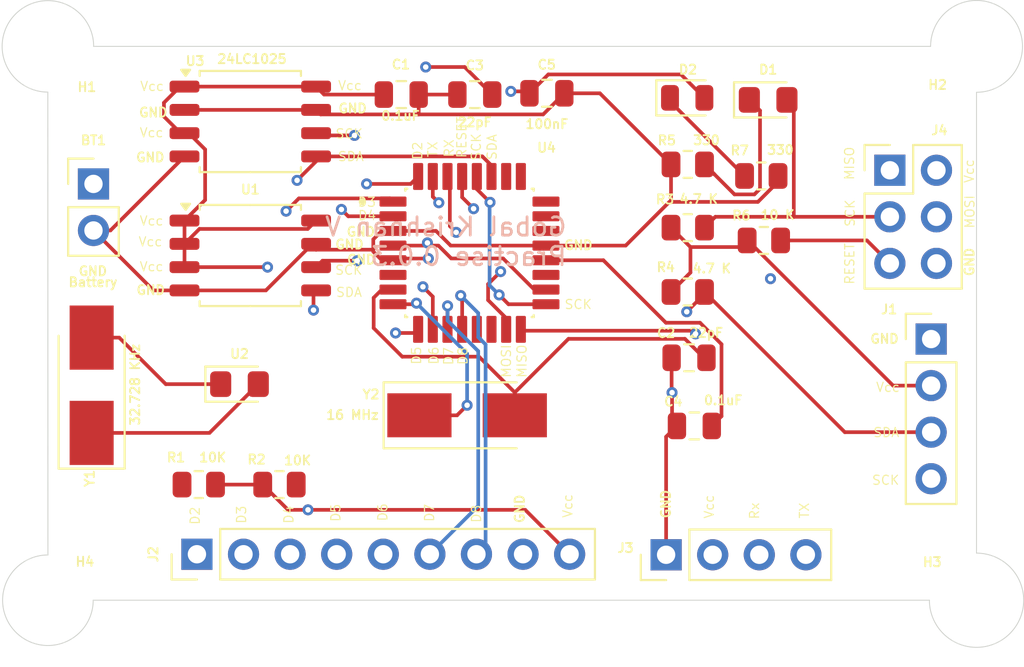
<source format=kicad_pcb>
(kicad_pcb (version 20241229) (generator "pcbnew") (generator_version "9.0")
  (title_block (title "${project_name}") (date "2025-04-25") (rev "0.0.3") (company "Gobal Krishnan V"))
  (layers (0 "F.Cu" mixed) (4 "In1.Cu" signal) (6 "In2.Cu" signal) (2 "B.Cu" mixed) (13 "F.Paste" user) (15 "B.Paste" user) (5 "F.SilkS" user "F.Silkscreen") (7 "B.SilkS" user "B.Silkscreen") (1 "F.Mask" user) (3 "B.Mask" user) (25 "Edge.Cuts" user))
  (property "project_name" "MCU Datalogger with memory and clock")
  (net 0 "")
  (net 1 "Net-(BT1-+)")
  (net 2 "GND")
  (net 3 "/Vcc")
  (net 4 "Net-(U4-PB6)")
  (net 5 "Net-(U4-PB7)")
  (net 6 "Net-(U4-AREF)")
  (net 7 "/SCK")
  (net 8 "Net-(D1-K)")
  (net 9 "Net-(D2-K)")
  (net 10 "/SDA")
  (net 11 "/D6")
  (net 12 "/D3")
  (net 13 "/D7")
  (net 14 "/D2")
  (net 15 "/D4")
  (net 16 "/D5")
  (net 17 "/D8")
  (net 18 "/TX")
  (net 19 "/RX")
  (net 20 "/MOSI")
  (net 21 "/RESET")
  (net 22 "/MISO")
  (net 23 "Net-(U2-~{INTA})")
  (net 24 "Net-(U2-SQW{slash}~INT)")
  (net 25 "Net-(U2-X1)")
  (net 26 "Net-(U2-X2)")
  (footprint "Connector_PinHeader_2.54mm:PinHeader_1x02_P2.54mm_Vertical" (layer "F.Cu") (at 75.55 97.545)
    (property "Reference" "BT1" (at 0 -2.38 0) (layer "F.SilkS") (effects (font (size 0.5 0.5) (thickness 0.1))))
    (property "Value" "Battery" (at -0.03 5.365 0) (layer "F.SilkS") (effects (font (size 0.5 0.5) (thickness 0.1))))
    (pad "1" thru_hole rect (at 0 0) (size 1.7 1.7) (drill 1) (layers "*.Cu" "*.Mask") (net 1 "Net-(BT1-+)"))
    (pad "2" thru_hole circle (at 0 2.54) (size 1.7 1.7) (drill 1) (layers "*.Cu" "*.Mask") (net 2 "GND"))
  )
  (footprint "Connector_PinHeader_2.54mm:PinHeader_1x04_P2.54mm_Vertical" (layer "F.Cu") (at 121.22 106.01)
    (property "Reference" "J1" (at -2.29 -1.62 0) (layer "F.SilkS") (effects (font (size 0.5 0.5) (thickness 0.1))))
    (property "Value" "Conn_01x04_Pin")
    (pad "1" thru_hole rect (at 0 0) (size 1.7 1.7) (drill 1) (layers "*.Cu" "*.Mask") (net 2 "GND"))
    (pad "2" thru_hole circle (at 0 2.54) (size 1.7 1.7) (drill 1) (layers "*.Cu" "*.Mask") (net 3 "/Vcc"))
    (pad "3" thru_hole circle (at 0 5.08) (size 1.7 1.7) (drill 1) (layers "*.Cu" "*.Mask") (net 10 "/SDA"))
    (pad "4" thru_hole circle (at 0 7.62) (size 1.7 1.7) (drill 1) (layers "*.Cu" "*.Mask") (net 7 "/SCK"))
  )
  (footprint "Resistor_SMD:R_0805_2012Metric" (layer "F.Cu") (at 111.96 97.11)
    (property "Reference" "R7" (at -1.18 -1.39 0) (layer "F.SilkS") (effects (font (size 0.5 0.5) (thickness 0.1))))
    (property "Value" "330" (at 1.04 -1.42 0) (layer "F.SilkS") (effects (font (size 0.5 0.5) (thickness 0.1))))
    (pad "1" smd roundrect (at -0.9125 0) (size 1.025 1.4) (layers "F.Cu" "F.Mask" "F.Paste") (roundrect_rratio 0.243902) (net 9 "Net-(D2-K)"))
    (pad "2" smd roundrect (at 0.9125 0) (size 1.025 1.4) (layers "F.Cu" "F.Mask" "F.Paste") (roundrect_rratio 0.243902) (net 2 "GND"))
  )
  (footprint "Resistor_SMD:R_0805_2012Metric" (layer "F.Cu") (at 112.1 100.63)
    (property "Reference" "R6" (at -1.23 -1.36 0) (layer "F.SilkS") (effects (font (size 0.5 0.5) (thickness 0.1))))
    (property "Value" "10 K" (at 0.75 -1.39 0) (layer "F.SilkS") (effects (font (size 0.5 0.5) (thickness 0.1))))
    (pad "1" smd roundrect (at -0.9125 0) (size 1.025 1.4) (layers "F.Cu" "F.Mask" "F.Paste") (roundrect_rratio 0.243902) (net 3 "/Vcc"))
    (pad "2" smd roundrect (at 0.9125 0) (size 1.025 1.4) (layers "F.Cu" "F.Mask" "F.Paste") (roundrect_rratio 0.243902) (net 21 "/RESET"))
  )
  (footprint "Resistor_SMD:R_0805_2012Metric" (layer "F.Cu") (at 107.95 103.44)
    (property "Reference" "R4" (at -1.2 -1.35 0) (layer "F.SilkS") (effects (font (size 0.5 0.5) (thickness 0.1))))
    (property "Value" "4.7 K" (at 1.31 -1.28 0) (layer "F.SilkS") (effects (font (size 0.5 0.5) (thickness 0.1))))
    (pad "1" smd roundrect (at -0.9125 0) (size 1.025 1.4) (layers "F.Cu" "F.Mask" "F.Paste") (roundrect_rratio 0.243902) (net 3 "/Vcc"))
    (pad "2" smd roundrect (at 0.9125 0) (size 1.025 1.4) (layers "F.Cu" "F.Mask" "F.Paste") (roundrect_rratio 0.243902) (net 10 "/SDA"))
  )
  (footprint "Capacitor_SMD:C_0805_2012Metric" (layer "F.Cu") (at 96.34 92.67)
    (property "Reference" "C3" (at 0 -1.59 0) (layer "F.SilkS") (effects (font (size 0.5 0.5) (thickness 0.1))))
    (property "Value" "22pF" (at -0.01 1.51 0) (layer "F.SilkS") (effects (font (size 0.5 0.5) (thickness 0.1))))
    (pad "1" smd roundrect (at -0.95 0) (size 1 1.45) (layers "F.Cu" "F.Mask" "F.Paste") (net 2 "GND"))
    (pad "2" smd roundrect (at 0.95 0) (size 1 1.45) (layers "F.Cu" "F.Mask" "F.Paste") (net 5 "Net-(U4-PB7)"))
  )
  (footprint "Package_SO:SOIC-8_5.3x5.3mm_P1.27mm" (layer "F.Cu") (at 84.1 94.14)
    (property "Reference" "U3" (at -3.01 -3.3 0) (layer "F.SilkS") (effects (font (size 0.5 0.5) (thickness 0.1))))
    (property "Value" "24LC1025" (at 0.09 -3.41 0) (layer "F.SilkS") (effects (font (size 0.5 0.5) (thickness 0.1))))
    (pad "1" smd roundrect (at -3.5875 -1.905) (size 1.625 0.65) (layers "F.Cu" "F.Mask" "F.Paste") (net 3 "/Vcc"))
    (pad "2" smd roundrect (at -3.5875 -0.635) (size 1.625 0.65) (layers "F.Cu" "F.Mask" "F.Paste") (net 2 "GND"))
    (pad "3" smd roundrect (at -3.5875 0.635) (size 1.625 0.65) (layers "F.Cu" "F.Mask" "F.Paste") (net 3 "/Vcc"))
    (pad "4" smd roundrect (at -3.5875 1.905) (size 1.625 0.65) (layers "F.Cu" "F.Mask" "F.Paste") (net 2 "GND"))
    (pad "5" smd roundrect (at 3.5875 1.905) (size 1.625 0.65) (layers "F.Cu" "F.Mask" "F.Paste") (net 10 "/SDA"))
    (pad "6" smd roundrect (at 3.5875 0.635) (size 1.625 0.65) (layers "F.Cu" "F.Mask" "F.Paste") (net 7 "/SCK"))
    (pad "7" smd roundrect (at 3.5875 -0.635) (size 1.625 0.65) (layers "F.Cu" "F.Mask" "F.Paste") (net 2 "GND"))
    (pad "8" smd roundrect (at 3.5875 -1.905) (size 1.625 0.65) (layers "F.Cu" "F.Mask" "F.Paste") (net 3 "/Vcc"))
  )
  (footprint "MountingHole:MountingHole_2.1mm" (layer "F.Cu") (at 73.065 90.04)
    (property "Reference" "H1" (at 2.125 2.22 0) (layer "F.SilkS") (effects (font (size 0.5 0.5) (thickness 0.1))))
    (property "Value" "MountingHole")
    (pad "" np_thru_hole circle (at 0 0) (size 2.1 2.1) (drill 2.1) (layers "*.Cu" "*.Mask"))
  )
  (footprint "Resistor_SMD:R_0805_2012Metric" (layer "F.Cu") (at 81.29 113.95 180)
    (property "Reference" "R1" (at 1.24 1.48 0) (layer "F.SilkS") (effects (font (size 0.5 0.5) (thickness 0.1))))
    (property "Value" "10K" (at -0.76 1.48 0) (layer "F.SilkS") (effects (font (size 0.5 0.5) (thickness 0.1))))
    (pad "1" smd roundrect (at -0.9125 0 180) (size 1.025 1.4) (layers "F.Cu" "F.Mask" "F.Paste") (roundrect_rratio 0.243902) (net 3 "/Vcc"))
    (pad "2" smd roundrect (at 0.9125 0 180) (size 1.025 1.4) (layers "F.Cu" "F.Mask" "F.Paste") (roundrect_rratio 0.243902) (net 23 "Net-(U2-~{INTA})"))
  )
  (footprint "MountingHole:MountingHole_2.1mm" (layer "F.Cu") (at 123.695 120.26)
    (property "Reference" "H3" (at -2.415 -2.08 0) (layer "F.SilkS") (effects (font (size 0.5 0.5) (thickness 0.1))))
    (property "Value" "MountingHole")
    (pad "" np_thru_hole circle (at 0 0) (size 2.1 2.1) (drill 2.1) (layers "*.Cu" "*.Mask"))
  )
  (footprint "Capacitor_SMD:C_0805_2012Metric" (layer "F.Cu") (at 108.31 110.75)
    (property "Reference" "C4" (at -1.15 -1.33 0) (layer "F.SilkS") (effects (font (size 0.5 0.5) (thickness 0.1))))
    (property "Value" "0.1uF" (at 1.57 -1.4 0) (layer "F.SilkS") (effects (font (size 0.5 0.5) (thickness 0.1))))
    (pad "1" smd roundrect (at -0.95 0) (size 1 1.45) (layers "F.Cu" "F.Mask" "F.Paste") (net 2 "GND"))
    (pad "2" smd roundrect (at 0.95 0) (size 1 1.45) (layers "F.Cu" "F.Mask" "F.Paste") (net 6 "Net-(U4-AREF)"))
  )
  (footprint "MountingHole:MountingHole_2.1mm" (layer "F.Cu") (at 123.695 90.04)
    (property "Reference" "H2" (at -2.125 2.1 0) (layer "F.SilkS") (effects (font (size 0.5 0.5) (thickness 0.1))))
    (property "Value" "MountingHole")
    (pad "" np_thru_hole circle (at 0 0) (size 2.1 2.1) (drill 2.1) (layers "*.Cu" "*.Mask"))
  )
  (footprint "Crystal:Crystal_SMD_5032-2Pin_5.0x3.2mm_HandSoldering" (layer "F.Cu") (at 95.92 110.17)
    (property "Reference" "Y2" (at -5.24 -1.14 0) (layer "F.SilkS") (effects (font (size 0.5 0.5) (thickness 0.1))))
    (property "Value" "16 MHz" (at -6.25 -0.02 0) (layer "F.SilkS") (effects (font (size 0.5 0.5) (thickness 0.1))))
    (pad "1" smd rect (at -2.6 0) (size 3.5 2.4) (layers "F.Cu" "F.Mask" "F.Paste") (net 5 "Net-(U4-PB7)"))
    (pad "2" smd rect (at 2.6 0) (size 3.5 2.4) (layers "F.Cu" "F.Mask" "F.Paste") (net 4 "Net-(U4-PB6)"))
  )
  (footprint "Connector_PinHeader_2.54mm:PinHeader_2x03_P2.54mm_Vertical" (layer "F.Cu") (at 118.97 96.8)
    (property "Reference" "J4" (at 2.7 -2.18 0) (layer "F.SilkS") (effects (font (size 0.5 0.5) (thickness 0.1))))
    (property "Value" "Conn_02x03_Odd_Even")
    (pad "1" thru_hole rect (at 0 0) (size 1.7 1.7) (drill 1) (layers "*.Cu" "*.Mask") (net 22 "/MISO"))
    (pad "2" thru_hole circle (at 2.54 0) (size 1.7 1.7) (drill 1) (layers "*.Cu" "*.Mask") (net 3 "/Vcc"))
    (pad "3" thru_hole circle (at 0 2.54) (size 1.7 1.7) (drill 1) (layers "*.Cu" "*.Mask") (net 7 "/SCK"))
    (pad "4" thru_hole circle (at 2.54 2.54) (size 1.7 1.7) (drill 1) (layers "*.Cu" "*.Mask") (net 20 "/MOSI"))
    (pad "5" thru_hole circle (at 0 5.08) (size 1.7 1.7) (drill 1) (layers "*.Cu" "*.Mask") (net 21 "/RESET"))
    (pad "6" thru_hole circle (at 2.54 5.08) (size 1.7 1.7) (drill 1) (layers "*.Cu" "*.Mask") (net 2 "GND"))
  )
  (footprint "Resistor_SMD:R_0805_2012Metric" (layer "F.Cu") (at 85.69 113.95)
    (property "Reference" "R2" (at -1.25 -1.37 0) (layer "F.SilkS") (effects (font (size 0.5 0.5) (thickness 0.1))))
    (property "Value" "10K" (at 0.99 -1.32 0) (layer "F.SilkS") (effects (font (size 0.5 0.5) (thickness 0.1))))
    (pad "1" smd roundrect (at -0.9125 0) (size 1.025 1.4) (layers "F.Cu" "F.Mask" "F.Paste") (roundrect_rratio 0.243902) (net 3 "/Vcc"))
    (pad "2" smd roundrect (at 0.9125 0) (size 1.025 1.4) (layers "F.Cu" "F.Mask" "F.Paste") (roundrect_rratio 0.243902) (net 24 "Net-(U2-SQW{slash}~INT)"))
  )
  (footprint "Connector_PinHeader_2.54mm:PinHeader_1x04_P2.54mm_Vertical" (layer "F.Cu") (at 106.77 117.78 90)
    (property "Reference" "J3" (at 0.37 -2.21 180) (layer "F.SilkS") (effects (font (size 0.5 0.5) (thickness 0.1))))
    (property "Value" "Conn_01x04_Pin")
    (pad "1" thru_hole rect (at 0 0 90) (size 1.7 1.7) (drill 1) (layers "*.Cu" "*.Mask") (net 2 "GND"))
    (pad "2" thru_hole circle (at 0 2.54 90) (size 1.7 1.7) (drill 1) (layers "*.Cu" "*.Mask") (net 3 "/Vcc"))
    (pad "3" thru_hole circle (at 0 5.08 90) (size 1.7 1.7) (drill 1) (layers "*.Cu" "*.Mask") (net 19 "/RX"))
    (pad "4" thru_hole circle (at 0 7.62 90) (size 1.7 1.7) (drill 1) (layers "*.Cu" "*.Mask") (net 18 "/TX"))
  )
  (footprint "Crystal:Crystal_SMD_5032-2Pin_5.0x3.2mm_HandSoldering" (layer "F.Cu") (at 75.45 108.53 90)
    (property "Reference" "Y1" (at -5.08 -0.11 90) (layer "F.SilkS") (effects (font (size 0.5 0.5) (thickness 0.1))))
    (property "Value" "32.728 KHz" (at 0.03 2.37 90) (layer "F.SilkS") (effects (font (size 0.5 0.5) (thickness 0.1))))
    (pad "1" smd rect (at -2.6 0 90) (size 3.5 2.4) (layers "F.Cu" "F.Mask" "F.Paste") (net 26 "Net-(U2-X2)"))
    (pad "2" smd rect (at 2.6 0 90) (size 3.5 2.4) (layers "F.Cu" "F.Mask" "F.Paste") (net 25 "Net-(U2-X1)"))
  )
  (footprint "Package_SO:SOIC-8_5.3x5.3mm_P1.27mm" (layer "F.Cu") (at 84.1 101.45)
    (property "Reference" "U1" (at 0 -3.6 0) (layer "F.SilkS") (effects (font (size 0.5 0.5) (thickness 0.1))))
    (property "Value" "24LC1025")
    (pad "1" smd roundrect (at -3.5875 -1.905) (size 1.625 0.65) (layers "F.Cu" "F.Mask" "F.Paste") (net 3 "/Vcc"))
    (pad "2" smd roundrect (at -3.5875 -0.635) (size 1.625 0.65) (layers "F.Cu" "F.Mask" "F.Paste") (net 3 "/Vcc"))
    (pad "3" smd roundrect (at -3.5875 0.635) (size 1.625 0.65) (layers "F.Cu" "F.Mask" "F.Paste") (net 3 "/Vcc"))
    (pad "4" smd roundrect (at -3.5875 1.905) (size 1.625 0.65) (layers "F.Cu" "F.Mask" "F.Paste") (net 2 "GND"))
    (pad "5" smd roundrect (at 3.5875 1.905) (size 1.625 0.65) (layers "F.Cu" "F.Mask" "F.Paste") (net 10 "/SDA"))
    (pad "6" smd roundrect (at 3.5875 0.635) (size 1.625 0.65) (layers "F.Cu" "F.Mask" "F.Paste") (net 7 "/SCK"))
    (pad "7" smd roundrect (at 3.5875 -0.635) (size 1.625 0.65) (layers "F.Cu" "F.Mask" "F.Paste") (net 2 "GND"))
    (pad "8" smd roundrect (at 3.5875 -1.905) (size 1.625 0.65) (layers "F.Cu" "F.Mask" "F.Paste") (net 3 "/Vcc"))
  )
  (footprint "Capacitor_SMD:C_0805_2012Metric" (layer "F.Cu") (at 92.33 92.67)
    (property "Reference" "C1" (at -0.02 -1.64 0) (layer "F.SilkS") (effects (font (size 0.5 0.5) (thickness 0.1))))
    (property "Value" "0.1uF" (at -0.04 1.16 0) (layer "F.SilkS") (effects (font (size 0.5 0.5) (thickness 0.1))))
    (pad "1" smd roundrect (at -0.95 0) (size 1 1.45) (layers "F.Cu" "F.Mask" "F.Paste") (net 3 "/Vcc"))
    (pad "2" smd roundrect (at 0.95 0) (size 1 1.45) (layers "F.Cu" "F.Mask" "F.Paste") (net 2 "GND"))
  )
  (footprint "Capacitor_SMD:C_0805_2012Metric" (layer "F.Cu") (at 108.02 107.03)
    (property "Reference" "C2" (at -1.25 -1.35 0) (layer "F.SilkS") (effects (font (size 0.5 0.5) (thickness 0.1))))
    (property "Value" "22pF" (at 0.93 -1.36 0) (layer "F.SilkS") (effects (font (size 0.5 0.5) (thickness 0.1))))
    (pad "1" smd roundrect (at -0.95 0) (size 1 1.45) (layers "F.Cu" "F.Mask" "F.Paste") (net 2 "GND"))
    (pad "2" smd roundrect (at 0.95 0) (size 1 1.45) (layers "F.Cu" "F.Mask" "F.Paste") (net 4 "Net-(U4-PB6)"))
  )
  (footprint "LED_SMD:LED_0805_2012Metric_Pad1.15x1.40mm_HandSolder" (layer "F.Cu") (at 83.51 108.47)
    (property "Reference" "U2" (at 0 -1.65 0) (layer "F.SilkS") (effects (font (size 0.5 0.5) (thickness 0.1))))
    (property "Value" "DS1337S_")
    (pad "1" smd roundrect (at -1.025 0) (size 1.15 1.4) (layers "F.Cu" "F.Mask" "F.Paste") (roundrect_rratio 0.217391) (net 25 "Net-(U2-X1)"))
    (pad "2" smd roundrect (at 1.025 0) (size 1.15 1.4) (layers "F.Cu" "F.Mask" "F.Paste") (roundrect_rratio 0.217391) (net 26 "Net-(U2-X2)"))
  )
  (footprint "Connector_PinHeader_2.54mm:PinHeader_1x09_P2.54mm_Vertical" (layer "F.Cu") (at 81.19 117.75 90)
    (property "Reference" "J2" (at 0 -2.38 90) (layer "F.SilkS") (effects (font (size 0.5 0.5) (thickness 0.1))))
    (property "Value" "Conn_01x09_Pin")
    (pad "1" thru_hole rect (at 0 0 90) (size 1.7 1.7) (drill 1) (layers "*.Cu" "*.Mask") (net 14 "/D2"))
    (pad "2" thru_hole circle (at 0 2.54 90) (size 1.7 1.7) (drill 1) (layers "*.Cu" "*.Mask") (net 12 "/D3"))
    (pad "3" thru_hole circle (at 0 5.08 90) (size 1.7 1.7) (drill 1) (layers "*.Cu" "*.Mask") (net 15 "/D4"))
    (pad "4" thru_hole circle (at 0 7.62 90) (size 1.7 1.7) (drill 1) (layers "*.Cu" "*.Mask") (net 16 "/D5"))
    (pad "5" thru_hole circle (at 0 10.16 90) (size 1.7 1.7) (drill 1) (layers "*.Cu" "*.Mask") (net 11 "/D6"))
    (pad "6" thru_hole circle (at 0 12.7 90) (size 1.7 1.7) (drill 1) (layers "*.Cu" "*.Mask") (net 13 "/D7"))
    (pad "7" thru_hole circle (at 0 15.24 90) (size 1.7 1.7) (drill 1) (layers "*.Cu" "*.Mask") (net 17 "/D8"))
    (pad "8" thru_hole circle (at 0 17.78 90) (size 1.7 1.7) (drill 1) (layers "*.Cu" "*.Mask") (net 2 "GND"))
    (pad "9" thru_hole circle (at 0 20.32 90) (size 1.7 1.7) (drill 1) (layers "*.Cu" "*.Mask") (net 3 "/Vcc"))
  )
  (footprint "LED_SMD:LED_0805_2012Metric" (layer "F.Cu") (at 107.92 92.85)
    (property "Reference" "D2" (at 0.04 -1.54 0) (layer "F.SilkS") (effects (font (size 0.5 0.5) (thickness 0.1))))
    (property "Value" "LED")
    (pad "1" smd roundrect (at -0.9375 0) (size 0.975 1.4) (layers "F.Cu" "F.Mask" "F.Paste") (net 9 "Net-(D2-K)"))
    (pad "2" smd roundrect (at 0.9375 0) (size 0.975 1.4) (layers "F.Cu" "F.Mask" "F.Paste") (net 1 "Net-(BT1-+)"))
  )
  (footprint "Resistor_SMD:R_0805_2012Metric" (layer "F.Cu") (at 107.95 99.93)
    (property "Reference" "R3" (at -1.24 -1.54 0) (layer "F.SilkS") (effects (font (size 0.5 0.5) (thickness 0.1))))
    (property "Value" "4.7 K" (at 0.6 -1.56 0) (layer "F.SilkS") (effects (font (size 0.5 0.5) (thickness 0.1) (bold yes))))
    (pad "1" smd roundrect (at -0.9125 0) (size 1.025 1.4) (layers "F.Cu" "F.Mask" "F.Paste") (roundrect_rratio 0.243902) (net 3 "/Vcc"))
    (pad "2" smd roundrect (at 0.9125 0) (size 1.025 1.4) (layers "F.Cu" "F.Mask" "F.Paste") (roundrect_rratio 0.243902) (net 7 "/SCK"))
  )
  (footprint "Capacitor_SMD:C_0805_2012Metric" (layer "F.Cu") (at 100.27 92.6)
    (property "Reference" "C5" (at -0.01 -1.56 0) (layer "F.SilkS") (effects (font (size 0.5 0.5) (thickness 0.1))))
    (property "Value" "100nF" (at 0 1.68 0) (layer "F.SilkS") (effects (font (size 0.5 0.5) (thickness 0.1) (bold yes))))
    (pad "1" smd roundrect (at -0.95 0) (size 1 1.45) (layers "F.Cu" "F.Mask" "F.Paste") (net 1 "Net-(BT1-+)"))
    (pad "2" smd roundrect (at 0.95 0) (size 1 1.45) (layers "F.Cu" "F.Mask" "F.Paste") (net 2 "GND"))
  )
  (footprint "LED_SMD:LED_0805_2012Metric_Pad1.15x1.40mm_HandSolder" (layer "F.Cu") (at 112.3325 92.96)
    (property "Reference" "D1" (at 0 -1.65 0) (layer "F.SilkS") (effects (font (size 0.5 0.5) (thickness 0.1))))
    (property "Value" "LED")
    (pad "1" smd roundrect (at -1.025 0) (size 1.15 1.4) (layers "F.Cu" "F.Mask" "F.Paste") (roundrect_rratio 0.217391) (net 8 "Net-(D1-K)"))
    (pad "2" smd roundrect (at 1.025 0) (size 1.15 1.4) (layers "F.Cu" "F.Mask" "F.Paste") (roundrect_rratio 0.217391) (net 7 "/SCK"))
  )
  (footprint "MountingHole:MountingHole_2.1mm" (layer "F.Cu") (at 73.065 120.26)
    (property "Reference" "H4" (at 2.015 -2.1 0) (layer "F.SilkS") (effects (font (size 0.5 0.5) (thickness 0.1))))
    (property "Value" "MountingHole")
    (pad "" np_thru_hole circle (at 0 0) (size 2.1 2.1) (drill 2.1) (layers "*.Cu" "*.Mask"))
  )
  (footprint "Resistor_SMD:R_0805_2012Metric" (layer "F.Cu") (at 107.95 96.48)
    (property "Reference" "R5" (at -1.14 -1.31 0) (layer "F.SilkS") (effects (font (size 0.5 0.5) (thickness 0.1))))
    (property "Value" "330" (at 1.02 -1.32 0) (layer "F.SilkS") (effects (font (size 0.5 0.5) (thickness 0.1))))
    (pad "1" smd roundrect (at -0.9125 0) (size 1.025 1.4) (layers "F.Cu" "F.Mask" "F.Paste") (roundrect_rratio 0.243902) (net 2 "GND"))
    (pad "2" smd roundrect (at 0.9125 0) (size 1.025 1.4) (layers "F.Cu" "F.Mask" "F.Paste") (roundrect_rratio 0.243902) (net 8 "Net-(D1-K)"))
  )
  (footprint "ATMEGA328P-AU:QFP80P900X900X120-32N" (layer "F.Cu") (at 96.05 101.31)
    (property "Reference" "U4" (at 4.2 -5.74 0) (layer "F.SilkS") (effects (font (size 0.5 0.5) (thickness 0.1))))
    (property "Value" "ATMEGA328P-AU")
    (pad "1" smd roundrect (at -4.17 -2.8) (size 1.47 0.55) (layers "F.Cu" "F.Mask" "F.Paste") (roundrect_rratio 0.125) (net 12 "/D3"))
    (pad "2" smd roundrect (at -4.17 -2) (size 1.47 0.55) (layers "F.Cu" "F.Mask" "F.Paste") (roundrect_rratio 0.125) (net 15 "/D4"))
    (pad "3" smd roundrect (at -4.17 -1.2) (size 1.47 0.55) (layers "F.Cu" "F.Mask" "F.Paste") (roundrect_rratio 0.125) (net 2 "GND"))
    (pad "4" smd roundrect (at -4.17 -0.4) (size 1.47 0.55) (layers "F.Cu" "F.Mask" "F.Paste") (roundrect_rratio 0.125) (net 1 "Net-(BT1-+)"))
    (pad "5" smd roundrect (at -4.17 0.4) (size 1.47 0.55) (layers "F.Cu" "F.Mask" "F.Paste") (roundrect_rratio 0.125) (net 2 "GND"))
    (pad "6" smd roundrect (at -4.17 1.2) (size 1.47 0.55) (layers "F.Cu" "F.Mask" "F.Paste") (roundrect_rratio 0.125))
    (pad "7" smd roundrect (at -4.17 2) (size 1.47 0.55) (layers "F.Cu" "F.Mask" "F.Paste") (roundrect_rratio 0.125) (net 4 "Net-(U4-PB6)"))
    (pad "8" smd roundrect (at -4.17 2.8) (size 1.47 0.55) (layers "F.Cu" "F.Mask" "F.Paste") (roundrect_rratio 0.125) (net 5 "Net-(U4-PB7)"))
    (pad "9" smd roundrect (at -2.8 4.17) (size 0.55 1.47) (layers "F.Cu" "F.Mask" "F.Paste") (roundrect_rratio 0.125) (net 16 "/D5"))
    (pad "10" smd roundrect (at -2 4.17) (size 0.55 1.47) (layers "F.Cu" "F.Mask" "F.Paste") (roundrect_rratio 0.125) (net 11 "/D6"))
    (pad "11" smd roundrect (at -1.2 4.17) (size 0.55 1.47) (layers "F.Cu" "F.Mask" "F.Paste") (roundrect_rratio 0.125) (net 13 "/D7"))
    (pad "12" smd roundrect (at -0.4 4.17) (size 0.55 1.47) (layers "F.Cu" "F.Mask" "F.Paste") (roundrect_rratio 0.125) (net 17 "/D8"))
    (pad "13" smd roundrect (at 0.4 4.17) (size 0.55 1.47) (layers "F.Cu" "F.Mask" "F.Paste") (roundrect_rratio 0.125))
    (pad "14" smd roundrect (at 1.2 4.17) (size 0.55 1.47) (layers "F.Cu" "F.Mask" "F.Paste") (roundrect_rratio 0.125))
    (pad "15" smd roundrect (at 2 4.17) (size 0.55 1.47) (layers "F.Cu" "F.Mask" "F.Paste") (roundrect_rratio 0.125) (net 20 "/MOSI"))
    (pad "16" smd roundrect (at 2.8 4.17) (size 0.55 1.47) (layers "F.Cu" "F.Mask" "F.Paste") (roundrect_rratio 0.125) (net 22 "/MISO"))
    (pad "17" smd roundrect (at 4.17 2.8) (size 1.47 0.55) (layers "F.Cu" "F.Mask" "F.Paste") (roundrect_rratio 0.125) (net 7 "/SCK"))
    (pad "18" smd roundrect (at 4.17 2) (size 1.47 0.55) (layers "F.Cu" "F.Mask" "F.Paste") (roundrect_rratio 0.125) (net 1 "Net-(BT1-+)"))
    (pad "19" smd roundrect (at 4.17 1.2) (size 1.47 0.55) (layers "F.Cu" "F.Mask" "F.Paste") (roundrect_rratio 0.125))
    (pad "20" smd roundrect (at 4.17 0.4) (size 1.47 0.55) (layers "F.Cu" "F.Mask" "F.Paste") (roundrect_rratio 0.125) (net 6 "Net-(U4-AREF)"))
    (pad "21" smd roundrect (at 4.17 -0.4) (size 1.47 0.55) (layers "F.Cu" "F.Mask" "F.Paste") (roundrect_rratio 0.125) (net 2 "GND"))
    (pad "22" smd roundrect (at 4.17 -1.2) (size 1.47 0.55) (layers "F.Cu" "F.Mask" "F.Paste") (roundrect_rratio 0.125))
    (pad "23" smd roundrect (at 4.17 -2) (size 1.47 0.55) (layers "F.Cu" "F.Mask" "F.Paste") (roundrect_rratio 0.125))
    (pad "24" smd roundrect (at 4.17 -2.8) (size 1.47 0.55) (layers "F.Cu" "F.Mask" "F.Paste") (roundrect_rratio 0.125))
    (pad "25" smd roundrect (at 2.8 -4.17) (size 0.55 1.47) (layers "F.Cu" "F.Mask" "F.Paste") (roundrect_rratio 0.125))
    (pad "26" smd roundrect (at 2 -4.17) (size 0.55 1.47) (layers "F.Cu" "F.Mask" "F.Paste") (roundrect_rratio 0.125))
    (pad "27" smd roundrect (at 1.2 -4.17) (size 0.55 1.47) (layers "F.Cu" "F.Mask" "F.Paste") (roundrect_rratio 0.125) (net 10 "/SDA"))
    (pad "28" smd roundrect (at 0.4 -4.17) (size 0.55 1.47) (layers "F.Cu" "F.Mask" "F.Paste") (roundrect_rratio 0.125) (net 7 "/SCK"))
    (pad "29" smd roundrect (at -0.4 -4.17) (size 0.55 1.47) (layers "F.Cu" "F.Mask" "F.Paste") (roundrect_rratio 0.125) (net 21 "/RESET"))
    (pad "30" smd roundrect (at -1.2 -4.17) (size 0.55 1.47) (layers "F.Cu" "F.Mask" "F.Paste") (roundrect_rratio 0.125) (net 19 "/RX"))
    (pad "31" smd roundrect (at -2 -4.17) (size 0.55 1.47) (layers "F.Cu" "F.Mask" "F.Paste") (roundrect_rratio 0.125) (net 18 "/TX"))
    (pad "32" smd roundrect (at -2.8 -4.17) (size 0.55 1.47) (layers "F.Cu" "F.Mask" "F.Paste") (roundrect_rratio 0.125) (net 14 "/D2"))
  )
  (gr_arc (start 73.058293 92.534991) (mid 71.303141 88.273399) (end 75.56 90.04) (stroke (width 0.05)) (layer "Edge.Cuts"))
  (gr_arc (start 121.19 90.04) (mid 125.466302 88.268698) (end 123.695 92.545) (stroke (width 0.05)) (layer "Edge.Cuts"))
  (gr_arc (start 123.695 117.69) (mid 125.512264 122.077264) (end 121.125 120.26) (stroke (width 0.05)) (layer "Edge.Cuts"))
  (gr_line (start 75.56 90.04) (end 121.19 90.04) (stroke (width 0.05)) (layer "Edge.Cuts"))
  (gr_line (start 73.065 117.79) (end 73.059529 92.534994) (stroke (width 0.05)) (layer "Edge.Cuts"))
  (gr_line (start 121.125 120.26) (end 75.535 120.26) (stroke (width 0.05)) (layer "Edge.Cuts"))
  (gr_arc (start 75.535 120.26) (mid 71.318446 122.006554) (end 73.065 117.79) (stroke (width 0.05)) (layer "Edge.Cuts"))
  (gr_line (start 123.695 92.545) (end 123.695 117.69) (stroke (width 0.05)) (layer "Edge.Cuts"))
  (gr_text "SCK" (at 88.69 102.54 0) (layer "F.SilkS") (effects (font (size 0.5 0.5) (thickness 0.0625)) (justify left bottom)))
  (gr_text "SCK" (at 96.71 96.31 90) (layer "F.SilkS") (effects (font (size 0.5 0.5) (thickness 0.0625)) (justify left bottom)))
  (gr_text "MISO" (at 99.2 108.16 90) (layer "F.SilkS") (effects (font (size 0.5 0.5) (thickness 0.0625)) (justify left bottom)))
  (gr_text "SCK" (at 101.2 104.41 0) (layer "F.SilkS") (effects (font (size 0.5 0.5) (thickness 0.0625)) (justify left bottom)))
  (gr_text "D7" (at 94.16 116.02 90) (layer "F.SilkS") (effects (font (size 0.5 0.5) (thickness 0.0625)) (justify left bottom)))
  (gr_text "SCK" (at 117.96 114 0) (layer "F.SilkS") (effects (font (size 0.5 0.5) (thickness 0.0625)) (justify left bottom)))
  (gr_text "GND" (at 99.08 116.1 90) (layer "F.SilkS") (effects (font (size 0.5 0.5) (thickness 0.1) (bold yes)) (justify left bottom)))
  (gr_text "D5" (at 89.05 116.02 90) (layer "F.SilkS") (effects (font (size 0.5 0.5) (thickness 0.0625)) (justify left bottom)))
  (gr_text "GND" (at 88.85 93.72 0) (layer "F.SilkS") (effects (font (size 0.5 0.5) (thickness 0.1) (bold yes)) (justify left bottom)))
  (gr_text "Vcc" (at 78.03 102.35 0) (layer "F.SilkS") (effects (font (size 0.5 0.5) (thickness 0.0625)) (justify left bottom)))
  (gr_text "Vcc" (at 123.59 97.53 90) (layer "F.SilkS") (effects (font (size 0.5 0.5) (thickness 0.0625)) (justify left bottom)))
  (gr_text "GND" (at 101.16 101.18 0) (layer "F.SilkS") (effects (font (size 0.5 0.5) (thickness 0.1) (bold yes)) (justify left bottom)))
  (gr_text "SDA" (at 97.57 96.28 90) (layer "F.SilkS") (effects (font (size 0.5 0.5) (thickness 0.0625)) (justify left bottom)))
  (gr_text "GND" (at 88.68 101.14 0) (layer "F.SilkS") (effects (font (size 0.5 0.5) (thickness 0.1) (bold yes)) (justify left bottom)))
  (gr_text "GND" (at 77.82 96.39 0) (layer "F.SilkS") (effects (font (size 0.5 0.5) (thickness 0.1) (bold yes)) (justify left bottom)))
  (gr_text "D4" (at 86.49 116.12 90) (layer "F.SilkS") (effects (font (size 0.5 0.5) (thickness 0.0625)) (justify left bottom)))
  (gr_text "GND" (at 117.85 106.29 0) (layer "F.SilkS") (effects (font (size 0.5 0.5) (thickness 0.1) (bold yes)) (justify left bottom)))
  (gr_text "TX" (at 94.34 96.13 90) (layer "F.SilkS") (effects (font (size 0.5 0.5) (thickness 0.0625)) (justify left bottom)))
  (gr_text "GND" (at 123.6 102.63 90) (layer "F.SilkS") (effects (font (size 0.5 0.5) (thickness 0.1) (bold yes)) (justify left bottom)))
  (gr_text "RESET" (at 95.92 96.17 90) (layer "F.SilkS") (effects (font (size 0.5 0.5) (thickness 0.0625)) (justify left bottom)))
  (gr_text "SDA" (at 88.74 103.75 0) (layer "F.SilkS") (effects (font (size 0.5 0.5) (thickness 0.0625)) (justify left bottom)))
  (gr_text "Vcc" (at 118.18 108.93 0) (layer "F.SilkS") (effects (font (size 0.5 0.5) (thickness 0.0625)) (justify left bottom)))
  (gr_text "SCK" (at 88.71 95.1 0) (layer "F.SilkS") (effects (font (size 0.5 0.5) (thickness 0.0625)) (justify left bottom)))
  (gr_text "GND" (at 77.98 93.94 0) (layer "F.SilkS") (effects (font (size 0.5 0.5) (thickness 0.1) (bold yes)) (justify left bottom)))
  (gr_text "Vcc" (at 109.41 115.84 90) (layer "F.SilkS") (effects (font (size 0.5 0.5) (thickness 0.0625)) (justify left bottom)))
  (gr_text "Vcc" (at 78.06 92.51 0) (layer "F.SilkS") (effects (font (size 0.5 0.5) (thickness 0.0625)) (justify left bottom)))
  (gr_text "Vcc" (at 77.97 100.99 0) (layer "F.SilkS") (effects (font (size 0.5 0.5) (thickness 0.0625)) (justify left bottom)))
  (gr_text "MOSI\n" (at 123.62 100.01 90) (layer "F.SilkS") (effects (font (size 0.5 0.5) (thickness 0.0625)) (justify left bottom)))
  (gr_text "RESET" (at 117.07 103.07 90) (layer "F.SilkS") (effects (font (size 0.5 0.5) (thickness 0.0625)) (justify left bottom)))
  (gr_text "GND" (at 89.32 101.97 0) (layer "F.SilkS") (effects (font (size 0.5 0.5) (thickness 0.1) (bold yes)) (justify left bottom)))
  (gr_text "Vcc" (at 78.03 95.04 0) (layer "F.SilkS") (effects (font (size 0.5 0.5) (thickness 0.0625)) (justify left bottom)))
  (gr_text "D5" (at 93.45 107.44 90) (layer "F.SilkS") (effects (font (size 0.5 0.5) (thickness 0.0625)) (justify left bottom)))
  (gr_text "GND" (at 74.69 102.6 0) (layer "F.SilkS") (effects (font (size 0.5 0.5) (thickness 0.1) (bold yes)) (justify left bottom)))
  (gr_text "D8" (at 96.72 116.07 90) (layer "F.SilkS") (effects (font (size 0.5 0.5) (thickness 0.0625)) (justify left bottom)))
  (gr_text "Vcc" (at 101.7 115.8 90) (layer "F.SilkS") (effects (font (size 0.5 0.5) (thickness 0.0625)) (justify left bottom)))
  (gr_text "D7" (at 95.2 107.47 90) (layer "F.SilkS") (effects (font (size 0.5 0.5) (thickness 0.0625)) (justify left bottom)))
  (gr_text "D4" (at 89.94 99.56 0) (layer "F.SilkS") (effects (font (size 0.5 0.5) (thickness 0.0625)) (justify left bottom)))
  (gr_text "D6\n" (at 91.61 115.99 90) (layer "F.SilkS") (effects (font (size 0.5 0.5) (thickness 0.0625)) (justify left bottom)))
  (gr_text "Vcc" (at 88.85 92.47 0) (layer "F.SilkS") (effects (font (size 0.5 0.5) (thickness 0.0625)) (justify left bottom)))
  (gr_text "D8" (at 95.98 107.46 90) (layer "F.SilkS") (effects (font (size 0.5 0.5) (thickness 0.0625)) (justify left bottom)))
  (gr_text "D2" (at 93.51 96.26 90) (layer "F.SilkS") (effects (font (size 0.5 0.5) (thickness 0.0625)) (justify left bottom)))
  (gr_text "Vcc" (at 78.03 99.85 0) (layer "F.SilkS") (effects (font (size 0.5 0.5) (thickness 0.0625)) (justify left bottom)))
  (gr_text "SDA" (at 118.03 111.4 0) (layer "F.SilkS") (effects (font (size 0.5 0.5) (thickness 0.0625)) (justify left bottom)))
  (gr_text "TX" (at 114.6 115.84 90) (layer "F.SilkS") (effects (font (size 0.5 0.5) (thickness 0.0625)) (justify left bottom)))
  (gr_text "D3" (at 89.93 98.83 0) (layer "F.SilkS") (effects (font (size 0.5 0.5) (thickness 0.0625)) (justify left bottom)))
  (gr_text "D3" (at 83.91 116.12 90) (layer "F.SilkS") (effects (font (size 0.5 0.5) (thickness 0.0625)) (justify left bottom)))
  (gr_text "GND" (at 89.3 100.45 0) (layer "F.SilkS") (effects (font (size 0.5 0.5) (thickness 0.1) (bold yes)) (justify left bottom)))
  (gr_text "GND" (at 77.84 103.63 0) (layer "F.SilkS") (effects (font (size 0.5 0.5) (thickness 0.1) (bold yes)) (justify left bottom)))
  (gr_text "D2" (at 81.38 116.18 90) (layer "F.SilkS") (effects (font (size 0.5 0.5) (thickness 0.0625)) (justify left bottom)))
  (gr_text "RX" (at 95.23 96.13 90) (layer "F.SilkS") (effects (font (size 0.5 0.5) (thickness 0.0625)) (justify left bottom)))
  (gr_text "Rx" (at 111.88 115.88 90) (layer "F.SilkS") (effects (font (size 0.5 0.5) (thickness 0.0625)) (justify left bottom)))
  (gr_text "GND" (at 107.05 115.84 90) (layer "F.SilkS") (effects (font (size 0.5 0.5) (thickness 0.1) (bold yes)) (justify left bottom)))
  (gr_text "SDA" (at 88.84 96.34 0) (layer "F.SilkS") (effects (font (size 0.5 0.5) (thickness 0.0625)) (justify left bottom)))
  (gr_text "D6\n" (at 94.4 107.44 90) (layer "F.SilkS") (effects (font (size 0.5 0.5) (thickness 0.0625)) (justify left bottom)))
  (gr_text "MOSI\n" (at 98.35 108.16 90) (layer "F.SilkS") (effects (font (size 0.5 0.5) (thickness 0.0625)) (justify left bottom)))
  (gr_text "MISO" (at 117.06 97.37 90) (layer "F.SilkS") (effects (font (size 0.5 0.5) (thickness 0.0625)) (justify left bottom)))
  (gr_text "SCK" (at 117.09 99.92 90) (layer "F.SilkS") (effects (font (size 0.5 0.5) (thickness 0.0625)) (justify left bottom)))
  (gr_text "Gobal Krishnan V\nPractise 0.0.3" (at 101.43 102.08 0) (layer "B.SilkS") (effects (font (size 1 1)) (justify left bottom mirror)))
  (segment (start 108.858 92.85) (end 108.8577 92.8498) (width 0.2) (layer "F.Cu") (net 1))
  (segment (start 100.348 91.5723) (end 99.32 92.6) (width 0.2) (layer "F.Cu") (net 1))
  (segment (start 99.2145 92.4945) (end 99.32 92.6) (width 0.2) (layer "F.Cu") (net 1))
  (segment (start 91.88 100.91) (end 93.7562 100.91) (width 0.2) (layer "F.Cu") (net 1))
  (segment (start 107.58 91.5723) (end 100.348 91.5723) (width 0.2) (layer "F.Cu") (net 1))
  (segment (start 94.3562 100.91) (end 93.7562 100.91) (width 0.2) (layer "F.Cu") (net 1))
  (segment (start 93.7562 100.91) (end 93.7562 100.763) (width 0.2) (layer "F.Cu") (net 1))
  (segment (start 108.8575 92.85) (end 108.8577 92.8498) (width 0.2) (layer "F.Cu") (net 1))
  (segment (start 99.5818 103.31) (end 97.8834 101.612) (width 0.2) (layer "F.Cu") (net 1))
  (segment (start 97.8834 101.612) (end 95.0578 101.612) (width 0.2) (layer "F.Cu") (net 1))
  (segment (start 100.22 103.31) (end 99.5818 103.31) (width 0.2) (layer "F.Cu") (net 1))
  (segment (start 98.305 92.4945) (end 99.2145 92.4945) (width 0.2) (layer "F.Cu") (net 1))
  (segment (start 108.8577 92.8498) (end 107.58 91.5723) (width 0.2) (layer "F.Cu") (net 1))
  (segment (start 95.0578 101.612) (end 94.3562 100.91) (width 0.2) (layer "F.Cu") (net 1))
  (via (at 93.7562 100.763) (size 0.6) (drill 0.3) (layers "F.Cu" "B.Cu") (net 1))
  (via (at 98.305 92.4945) (size 0.6) (drill 0.3) (layers "F.Cu" "B.Cu") (net 1))
  (segment (start 106.949 98.5243) (end 107.038 98.5243) (width 0.2) (layer "F.Cu") (net 2))
  (segment (start 107.07 108.908) (end 107.094 108.931) (width 0.2) (layer "F.Cu") (net 2))
  (segment (start 87.6875 93.505) (end 80.5125 93.505) (width 0.2) (layer "F.Cu") (net 2))
  (segment (start 80.5125 103.355) (end 84.9477 103.355) (width 0.2) (layer "F.Cu") (net 2))
  (segment (start 87.6875 101.133) (end 87.6875 100.815) (width 0.2) (layer "F.Cu") (net 2))
  (segment (start 91.2766 101.71) (end 91.88 101.71) (width 0.2) (layer "F.Cu") (net 2))
  (segment (start 87.6875 93.505) (end 87.9353 93.7528) (width 0.2) (layer "F.Cu") (net 2))
  (segment (start 107.0375 96.48) (end 107.038 96.48) (width 0.2) (layer "F.Cu") (net 2))
  (segment (start 93.8075 101.617) (end 91.9731 101.617) (width 0.2) (layer "F.Cu") (net 2))
  (segment (start 91.88 100.11) (end 91.2652 100.11) (width 0.2) (layer "F.Cu") (net 2))
  (segment (start 93.28 92.67) (end 93.28 93.7528) (width 0.2) (layer "F.Cu") (net 2))
  (segment (start 107.038 96.48) (end 107.038 98.5243) (width 0.2) (layer "F.Cu") (net 2))
  (segment (start 76.4725 100.085) (end 75.55 100.085) (width 0.2) (layer "F.Cu") (net 2))
  (segment (start 78.82 103.355) (end 80.5125 103.355) (width 0.2) (layer "F.Cu") (net 2))
  (segment (start 84.9477 103.355) (end 87.1701 101.133) (width 0.2) (layer "F.Cu") (net 2))
  (segment (start 91.2652 100.11) (end 90.8052 100.57) (width 0.2) (layer "F.Cu") (net 2))
  (segment (start 103.158 92.6) (end 101.22 92.6) (width 0.2) (layer "F.Cu") (net 2))
  (segment (start 107.094 110.484) (end 107.36 110.75) (width 0.2) (layer "F.Cu") (net 2))
  (segment (start 104.564 100.91) (end 106.949 98.5243) (width 0.2) (layer "F.Cu") (net 2))
  (segment (start 94.2253 100.11) (end 95.0253 100.91) (width 0.2) (layer "F.Cu") (net 2))
  (segment (start 87.9353 93.7528) (end 93.28 93.7528) (width 0.2) (layer "F.Cu") (net 2))
  (segment (start 91.88 100.11) (end 94.2253 100.11) (width 0.2) (layer "F.Cu") (net 2))
  (segment (start 93.28 93.7528) (end 100.067 93.7528) (width 0.2) (layer "F.Cu") (net 2))
  (segment (start 100.067 93.7528) (end 101.22 92.6) (width 0.2) (layer "F.Cu") (net 2))
  (segment (start 107.038 96.48) (end 103.158 92.6) (width 0.2) (layer "F.Cu") (net 2))
  (segment (start 100.22 100.91) (end 104.564 100.91) (width 0.2) (layer "F.Cu") (net 2))
  (segment (start 106.77 111.34) (end 107.36 110.75) (width 0.2) (layer "F.Cu") (net 2))
  (segment (start 90.8052 100.57) (end 90.8052 101.133) (width 0.2) (layer "F.Cu") (net 2))
  (segment (start 91.9731 101.617) (end 91.88 101.71) (width 0.2) (layer "F.Cu") (net 2))
  (segment (start 95.39 92.67) (end 93.28 92.67) (width 0.2) (layer "F.Cu") (net 2))
  (segment (start 90.8052 101.133) (end 87.6875 101.133) (width 0.2) (layer "F.Cu") (net 2))
  (segment (start 87.1701 101.133) (end 87.6875 101.133) (width 0.2) (layer "F.Cu") (net 2))
  (segment (start 107.038 98.5243) (end 111.777 98.5243) (width 0.2) (layer "F.Cu") (net 2))
  (segment (start 111.777 98.5243) (end 112.872 97.4285) (width 0.2) (layer "F.Cu") (net 2))
  (segment (start 95.0253 100.91) (end 100.22 100.91) (width 0.2) (layer "F.Cu") (net 2))
  (segment (start 112.872 97.4285) (end 112.872 97.11) (width 0.2) (layer "F.Cu") (net 2))
  (segment (start 107.07 107.03) (end 107.07 108.908) (width 0.2) (layer "F.Cu") (net 2))
  (segment (start 80.5125 96.045) (end 76.4725 100.085) (width 0.2) (layer "F.Cu") (net 2))
  (segment (start 90.8052 101.239) (end 91.2766 101.71) (width 0.2) (layer "F.Cu") (net 2))
  (segment (start 107.094 108.931) (end 107.094 110.484) (width 0.2) (layer "F.Cu") (net 2))
  (segment (start 75.55 100.085) (end 78.82 103.355) (width 0.2) (layer "F.Cu") (net 2))
  (segment (start 112.8725 97.11) (end 112.872 97.11) (width 0.2) (layer "F.Cu") (net 2))
  (segment (start 106.77 117.78) (end 106.77 111.34) (width 0.2) (layer "F.Cu") (net 2))
  (segment (start 90.8052 101.133) (end 90.8052 101.239) (width 0.2) (layer "F.Cu") (net 2))
  (via (at 93.8075 101.617) (size 0.6) (drill 0.3) (layers "F.Cu" "B.Cu") (net 2))
  (via (at 107.094 108.931) (size 0.6) (drill 0.3) (layers "F.Cu" "B.Cu") (net 2))
  (segment (start 87.2454 115.328) (end 99.0876 115.328) (width 0.2) (layer "F.Cu") (net 3))
  (segment (start 84.7775 113.95) (end 86.1551 115.328) (width 0.2) (layer "F.Cu") (net 3))
  (segment (start 108.097 100.99) (end 107.038 99.93) (width 0.2) (layer "F.Cu") (net 3))
  (segment (start 111.188 100.63) (end 110.828 100.99) (width 0.2) (layer "F.Cu") (net 3))
  (segment (start 108.097 102.38) (end 107.038 103.44) (width 0.2) (layer "F.Cu") (net 3))
  (segment (start 119.147 108.55) (end 111.227 100.63) (width 0.2) (layer "F.Cu") (net 3))
  (segment (start 81.6368 98.4207) (end 80.5125 99.545) (width 0.2) (layer "F.Cu") (net 3))
  (segment (start 80.5125 102.085) (end 85.0398 102.085) (width 0.2) (layer "F.Cu") (net 3))
  (segment (start 121.22 108.55) (end 119.147 108.55) (width 0.2) (layer "F.Cu") (net 3))
  (segment (start 107.0375 99.93) (end 107.038 99.93) (width 0.2) (layer "F.Cu") (net 3))
  (segment (start 111.227 100.63) (end 111.2062 100.63) (width 0.2) (layer "F.Cu") (net 3))
  (segment (start 81.3276 99.9999) (end 80.5125 100.815) (width 0.2) (layer "F.Cu") (net 3))
  (segment (start 87.6875 99.545) (end 87.2326 99.9999) (width 0.2) (layer "F.Cu") (net 3))
  (segment (start 87.2326 99.9999) (end 81.3276 99.9999) (width 0.2) (layer "F.Cu") (net 3))
  (segment (start 82.2025 113.95) (end 84.7775 113.95) (width 0.2) (layer "F.Cu") (net 3))
  (segment (start 80.2711 92.235) (end 79.3915 93.1146) (width 0.2) (layer "F.Cu") (net 3))
  (segment (start 80.7488 94.775) (end 81.6368 95.663) (width 0.2) (layer "F.Cu") (net 3))
  (segment (start 111.1875 100.63) (end 111.2062 100.63) (width 0.2) (layer "F.Cu") (net 3))
  (segment (start 80.5125 102.085) (end 80.5125 100.815) (width 0.2) (layer "F.Cu") (net 3))
  (segment (start 80.5125 92.235) (end 80.2711 92.235) (width 0.2) (layer "F.Cu") (net 3))
  (segment (start 91.38 92.67) (end 88.1225 92.67) (width 0.2) (layer "F.Cu") (net 3))
  (segment (start 80.5125 99.545) (end 80.5125 100.815) (width 0.2) (layer "F.Cu") (net 3))
  (segment (start 88.1225 92.67) (end 87.6875 92.235) (width 0.2) (layer "F.Cu") (net 3))
  (segment (start 80.2989 94.775) (end 80.5125 94.775) (width 0.2) (layer "F.Cu") (net 3))
  (segment (start 79.3915 93.1146) (end 79.3915 93.8676) (width 0.2) (layer "F.Cu") (net 3))
  (segment (start 79.3915 93.8676) (end 80.2989 94.775) (width 0.2) (layer "F.Cu") (net 3))
  (segment (start 108.097 100.99) (end 108.097 102.38) (width 0.2) (layer "F.Cu") (net 3))
  (segment (start 110.828 100.99) (end 108.097 100.99) (width 0.2) (layer "F.Cu") (net 3))
  (segment (start 107.0375 103.44) (end 107.038 103.44) (width 0.2) (layer "F.Cu") (net 3))
  (segment (start 99.0876 115.328) (end 101.51 117.75) (width 0.2) (layer "F.Cu") (net 3))
  (segment (start 80.5125 94.775) (end 80.7488 94.775) (width 0.2) (layer "F.Cu") (net 3))
  (segment (start 81.6368 95.663) (end 81.6368 98.4207) (width 0.2) (layer "F.Cu") (net 3))
  (segment (start 111.2062 100.63) (end 111.188 100.63) (width 0.2) (layer "F.Cu") (net 3))
  (segment (start 80.5125 92.235) (end 87.6875 92.235) (width 0.2) (layer "F.Cu") (net 3))
  (segment (start 86.1551 115.328) (end 87.2454 115.328) (width 0.2) (layer "F.Cu") (net 3))
  (via (at 87.2454 115.328) (size 0.6) (drill 0.3) (layers "F.Cu" "B.Cu") (net 3))
  (via (at 85.0398 102.085) (size 0.6) (drill 0.3) (layers "F.Cu" "B.Cu") (net 3))
  (segment (start 92.3858 106.971) (end 96.5664 106.971) (width 0.2) (layer "F.Cu") (net 4))
  (segment (start 108.827 107.03) (end 108.97 107.03) (width 0.2) (layer "F.Cu") (net 4))
  (segment (start 98.52 108.924) (end 101.446 105.998) (width 0.2) (layer "F.Cu") (net 4))
  (segment (start 98.52 110.17) (end 98.52 108.924) (width 0.2) (layer "F.Cu") (net 4))
  (segment (start 91.88 103.31) (end 91.2716 103.31) (width 0.2) (layer "F.Cu") (net 4))
  (segment (start 90.826 105.411) (end 92.3858 106.971) (width 0.2) (layer "F.Cu") (net 4))
  (segment (start 90.826 103.756) (end 90.826 105.411) (width 0.2) (layer "F.Cu") (net 4))
  (segment (start 91.2716 103.31) (end 90.826 103.756) (width 0.2) (layer "F.Cu") (net 4))
  (segment (start 96.5664 106.971) (end 98.52 108.924) (width 0.2) (layer "F.Cu") (net 4))
  (segment (start 107.795 105.998) (end 108.827 107.03) (width 0.2) (layer "F.Cu") (net 4))
  (segment (start 101.446 105.998) (end 107.795 105.998) (width 0.2) (layer "F.Cu") (net 4))
  (segment (start 93.32 110.17) (end 95.3717 110.17) (width 0.2) (layer "F.Cu") (net 5))
  (segment (start 95.7873 91.1673) (end 93.6632 91.1673) (width 0.2) (layer "F.Cu") (net 5))
  (segment (start 93.1586 104.05) (end 93.0986 104.11) (width 0.2) (layer "F.Cu") (net 5))
  (segment (start 95.3717 110.168) (end 95.92 109.62) (width 0.2) (layer "F.Cu") (net 5))
  (segment (start 95.3717 110.17) (end 95.3717 110.168) (width 0.2) (layer "F.Cu") (net 5))
  (segment (start 93.0986 104.11) (end 91.88 104.11) (width 0.2) (layer "F.Cu") (net 5))
  (segment (start 97.29 92.67) (end 95.7873 91.1673) (width 0.2) (layer "F.Cu") (net 5))
  (via (at 93.1586 104.05) (size 0.6) (drill 0.3) (layers "F.Cu" "B.Cu") (net 5))
  (via (at 95.92 109.62) (size 0.6) (drill 0.3) (layers "F.Cu" "B.Cu") (net 5))
  (via (at 93.6632 91.1673) (size 0.6) (drill 0.3) (layers "F.Cu" "B.Cu") (net 5))
  (segment (start 93.1586 104.05) (end 95.92 106.811) (width 0.2) (layer "B.Cu") (net 5))
  (segment (start 95.92 106.811) (end 95.92 109.62) (width 0.2) (layer "B.Cu") (net 5))
  (segment (start 109.79 106.291) (end 109.79 110.22) (width 0.2) (layer "F.Cu") (net 6))
  (segment (start 108.62 105.121) (end 109.79 106.291) (width 0.2) (layer "F.Cu") (net 6))
  (segment (start 106.76 105.121) (end 108.62 105.121) (width 0.2) (layer "F.Cu") (net 6))
  (segment (start 109.79 110.22) (end 109.26 110.75) (width 0.2) (layer "F.Cu") (net 6))
  (segment (start 103.348 101.71) (end 106.76 105.121) (width 0.2) (layer "F.Cu") (net 6))
  (segment (start 100.22 101.71) (end 103.348 101.71) (width 0.2) (layer "F.Cu") (net 6))
  (segment (start 108.862 99.93) (end 108.8623 99.9297) (width 0.2) (layer "F.Cu") (net 7))
  (segment (start 113.731 99.34) (end 113.731 93.3335) (width 0.2) (layer "F.Cu") (net 7))
  (segment (start 88.0382 101.734) (end 87.6875 102.085) (width 0.2) (layer "F.Cu") (net 7))
  (segment (start 113.3575 92.96) (end 113.358 92.96) (width 0.2) (layer "F.Cu") (net 7))
  (segment (start 98.1757 104.11) (end 100.22 104.11) (width 0.2) (layer "F.Cu") (net 7))
  (segment (start 108.8623 99.9297) (end 109.452 99.34) (width 0.2) (layer "F.Cu") (net 7))
  (segment (start 97.6664 103.601) (end 98.1757 104.11) (width 0.2) (layer "F.Cu") (net 7))
  (segment (start 97.1701 98.5488) (end 96.45 97.8287) (width 0.2) (layer "F.Cu") (net 7))
  (segment (start 113.731 93.3335) (end 113.358 92.96) (width 0.2) (layer "F.Cu") (net 7))
  (segment (start 109.452 99.34) (end 113.731 99.34) (width 0.2) (layer "F.Cu") (net 7))
  (segment (start 96.45 97.8287) (end 96.45 97.14) (width 0.2) (layer "F.Cu") (net 7))
  (segment (start 89.7817 94.8989) (end 87.8114 94.8989) (width 0.2) (layer "F.Cu") (net 7))
  (segment (start 108.8623 99.9298) (end 108.8623 99.9297) (width 0.2) (layer "F.Cu") (net 7))
  (segment (start 113.731 99.34) (end 118.97 99.34) (width 0.2) (layer "F.Cu") (net 7))
  (segment (start 108.8625 99.93) (end 108.8623 99.9298) (width 0.2) (layer "F.Cu") (net 7))
  (segment (start 89.9318 101.734) (end 88.0382 101.734) (width 0.2) (layer "F.Cu") (net 7))
  (segment (start 87.8114 94.8989) (end 87.6875 94.775) (width 0.2) (layer "F.Cu") (net 7))
  (via (at 97.6664 103.601) (size 0.6) (drill 0.3) (layers "F.Cu" "B.Cu") (net 7))
  (via (at 89.7817 94.8989) (size 0.6) (drill 0.3) (layers "F.Cu" "B.Cu") (net 7))
  (via (at 97.1701 98.5488) (size 0.6) (drill 0.3) (layers "F.Cu" "B.Cu") (net 7))
  (via (at 89.9318 101.734) (size 0.6) (drill 0.3) (layers "F.Cu" "B.Cu") (net 7))
  (segment (start 97.146 103.08) (end 97.6664 103.601) (width 0.2) (layer "B.Cu") (net 7))
  (segment (start 97.146 98.5729) (end 97.146 103.08) (width 0.2) (layer "B.Cu") (net 7))
  (segment (start 97.1701 98.5488) (end 97.146 98.5729) (width 0.2) (layer "B.Cu") (net 7))
  (segment (start 109.4077 97.0256) (end 108.8625 96.4804) (width 0.2) (layer "F.Cu") (net 8))
  (segment (start 111.583 98.1167) (end 111.89 97.8101) (width 0.2) (layer "F.Cu") (net 8))
  (segment (start 111.89 93.5421) (end 111.308 92.96) (width 0.2) (layer "F.Cu") (net 8))
  (segment (start 111.3075 92.96) (end 111.308 92.96) (width 0.2) (layer "F.Cu") (net 8))
  (segment (start 109.4077 97.0256) (end 110.499 98.1167) (width 0.2) (layer "F.Cu") (net 8))
  (segment (start 110.499 98.1167) (end 111.583 98.1167) (width 0.2) (layer "F.Cu") (net 8))
  (segment (start 108.8625 96.4804) (end 108.8625 96.48) (width 0.2) (layer "F.Cu") (net 8))
  (segment (start 108.862 96.48) (end 109.4077 97.0256) (width 0.2) (layer "F.Cu") (net 8))
  (segment (start 111.89 97.8101) (end 111.89 93.5421) (width 0.2) (layer "F.Cu") (net 8))
  (segment (start 106.982 92.9475) (end 106.982 92.85) (width 0.2) (layer "F.Cu") (net 9))
  (segment (start 106.982 92.9475) (end 106.9825 92.947) (width 0.2) (layer "F.Cu") (net 9))
  (segment (start 111.048 97.11) (end 106.982 93.045) (width 0.2) (layer "F.Cu") (net 9))
  (segment (start 111.0475 97.11) (end 111.048 97.11) (width 0.2) (layer "F.Cu") (net 9))
  (segment (start 106.9825 92.947) (end 106.9825 92.85) (width 0.2) (layer "F.Cu") (net 9))
  (segment (start 106.982 93.045) (end 106.982 92.9475) (width 0.2) (layer "F.Cu") (net 9))
  (segment (start 108.8625 103.44) (end 108.862 103.44) (width 0.2) (layer "F.Cu") (net 10))
  (segment (start 87.5454 103.497) (end 87.5454 104.431) (width 0.2) (layer "F.Cu") (net 10))
  (segment (start 86.6497 97.35) (end 87.6875 96.3122) (width 0.2) (layer "F.Cu") (net 10))
  (segment (start 116.512 111.09) (end 108.862 103.44) (width 0.2) (layer "F.Cu") (net 10))
  (segment (start 87.6875 96.3122) (end 87.6875 96.045) (width 0.2) (layer "F.Cu") (net 10))
  (segment (start 121.22 111.09) (end 116.512 111.09) (width 0.2) (layer "F.Cu") (net 10))
  (segment (start 96.7517 96.045) (end 87.6875 96.045) (width 0.2) (layer "F.Cu") (net 10))
  (segment (start 107.895 104.52) (end 108.862 103.552) (width 0.2) (layer "F.Cu") (net 10))
  (segment (start 87.6875 103.355) (end 87.5454 103.497) (width 0.2) (layer "F.Cu") (net 10))
  (segment (start 97.25 96.5433) (end 96.7517 96.045) (width 0.2) (layer "F.Cu") (net 10))
  (segment (start 108.862 103.552) (end 108.862 103.44) (width 0.2) (layer "F.Cu") (net 10))
  (segment (start 97.25 97.14) (end 97.25 96.5433) (width 0.2) (layer "F.Cu") (net 10))
  (via (at 107.895 104.52) (size 0.6) (drill 0.3) (layers "F.Cu" "B.Cu") (net 10))
  (via (at 86.6497 97.35) (size 0.6) (drill 0.3) (layers "F.Cu" "B.Cu") (net 10))
  (via (at 87.5454 104.431) (size 0.6) (drill 0.3) (layers "F.Cu" "B.Cu") (net 10))
  (segment (start 94.05 103.697) (end 94.05 105.48) (width 0.2) (layer "F.Cu") (net 11))
  (segment (start 93.5109 103.158) (end 94.05 103.697) (width 0.2) (layer "F.Cu") (net 11))
  (via (at 93.5109 103.158) (size 0.6) (drill 0.3) (layers "F.Cu" "B.Cu") (net 11))
  (segment (start 86.7462 98.3361) (end 86.0512 99.0311) (width 0.2) (layer "F.Cu") (net 12))
  (segment (start 91.88 98.51) (end 91.7061 98.3361) (width 0.2) (layer "F.Cu") (net 12))
  (segment (start 91.7061 98.3361) (end 86.7462 98.3361) (width 0.2) (layer "F.Cu") (net 12))
  (via (at 86.0512 99.0311) (size 0.6) (drill 0.3) (layers "F.Cu" "B.Cu") (net 12))
  (segment (start 94.8561 104.2) (end 94.85 104.206) (width 0.2) (layer "F.Cu") (net 13))
  (segment (start 94.85 104.206) (end 94.85 105.48) (width 0.2) (layer "F.Cu") (net 13))
  (via (at 94.8561 104.2) (size 0.6) (drill 0.3) (layers "F.Cu" "B.Cu") (net 13))
  (segment (start 94.8561 105) (end 94.8561 104.2) (width 0.2) (layer "B.Cu") (net 13))
  (segment (start 96.5262 115.114) (end 96.5262 106.67) (width 0.2) (layer "B.Cu") (net 13))
  (segment (start 96.5262 106.67) (end 94.8561 105) (width 0.2) (layer "B.Cu") (net 13))
  (segment (start 93.89 117.75) (end 96.5262 115.114) (width 0.2) (layer "B.Cu") (net 13))
  (segment (start 90.4422 97.5448) (end 92.8452 97.5448) (width 0.2) (layer "F.Cu") (net 14))
  (segment (start 92.8452 97.5448) (end 93.25 97.14) (width 0.2) (layer "F.Cu") (net 14))
  (via (at 90.4422 97.5448) (size 0.6) (drill 0.3) (layers "F.Cu" "B.Cu") (net 14))
  (segment (start 91.88 99.31) (end 89.4387 99.31) (width 0.2) (layer "F.Cu") (net 15))
  (segment (start 89.4387 99.31) (end 89.0665 98.9378) (width 0.2) (layer "F.Cu") (net 15))
  (via (at 89.0665 98.9378) (size 0.6) (drill 0.3) (layers "F.Cu" "B.Cu") (net 15))
  (segment (start 93.25 105.48) (end 93.0516 105.678) (width 0.2) (layer "F.Cu") (net 16))
  (segment (start 93.0516 105.678) (end 92.0203 105.678) (width 0.2) (layer "F.Cu") (net 16))
  (via (at 92.0203 105.678) (size 0.6) (drill 0.3) (layers "F.Cu" "B.Cu") (net 16))
  (segment (start 95.5711 103.638) (end 95.65 103.717) (width 0.2) (layer "F.Cu") (net 17))
  (segment (start 95.65 103.717) (end 95.65 105.48) (width 0.2) (layer "F.Cu") (net 17))
  (via (at 95.5711 103.638) (size 0.6) (drill 0.3) (layers "F.Cu" "B.Cu") (net 17))
  (segment (start 96.6925 106.068) (end 96.5262 105.902) (width 0.2) (layer "B.Cu") (net 17))
  (segment (start 96.6925 106.068) (end 96.5262 105.902) (width 0.2) (layer "B.Cu") (net 17))
  (segment (start 96.9279 117.252) (end 96.9279 106.304) (width 0.2) (layer "B.Cu") (net 17))
  (segment (start 96.5262 105.902) (end 96.5262 104.593) (width 0.2) (layer "B.Cu") (net 17))
  (segment (start 96.9279 106.304) (end 96.6925 106.068) (width 0.2) (layer "B.Cu") (net 17))
  (segment (start 96.5262 104.593) (end 95.5711 103.638) (width 0.2) (layer "B.Cu") (net 17))
  (segment (start 96.43 117.75) (end 96.9279 117.252) (width 0.2) (layer "B.Cu") (net 17))
  (segment (start 94.3775 98.5704) (end 94.05 98.2429) (width 0.2) (layer "F.Cu") (net 18))
  (segment (start 94.05 98.2429) (end 94.05 97.14) (width 0.2) (layer "F.Cu") (net 18))
  (via (at 112.462 102.716) (size 0.6) (drill 0.3) (layers "F.Cu" "B.Cu") (net 18))
  (via (at 94.3775 98.5704) (size 0.6) (drill 0.3) (layers "F.Cu" "B.Cu") (net 18))
  (segment (start 94.9792 97.2692) (end 94.85 97.14) (width 0.2) (layer "F.Cu") (net 19))
  (segment (start 94.9792 99.8442) (end 94.9792 97.2692) (width 0.2) (layer "F.Cu") (net 19))
  (segment (start 95.3244 100.189) (end 94.9792 99.8442) (width 0.2) (layer "F.Cu") (net 19))
  (via (at 95.3244 100.189) (size 0.6) (drill 0.3) (layers "F.Cu" "B.Cu") (net 19))
  (segment (start 98.05 104.869) (end 97.0646 103.884) (width 0.2) (layer "F.Cu") (net 20))
  (segment (start 97.0646 103.01) (end 97.7477 102.327) (width 0.2) (layer "F.Cu") (net 20))
  (segment (start 97.0646 103.884) (end 97.0646 103.01) (width 0.2) (layer "F.Cu") (net 20))
  (segment (start 98.05 105.48) (end 98.05 104.869) (width 0.2) (layer "F.Cu") (net 20))
  (via (at 97.7477 102.327) (size 0.6) (drill 0.3) (layers "F.Cu" "B.Cu") (net 20))
  (segment (start 113.012 100.63) (end 113.0125 100.63) (width 0.2) (layer "F.Cu") (net 21))
  (segment (start 113.0125 100.63) (end 117.72 100.63) (width 0.2) (layer "F.Cu") (net 21))
  (segment (start 95.65 97.14) (end 95.65 98.2739) (width 0.2) (layer "F.Cu") (net 21))
  (segment (start 95.65 98.2739) (end 96.2734 98.8973) (width 0.2) (layer "F.Cu") (net 21))
  (segment (start 117.72 100.63) (end 118.97 101.88) (width 0.2) (layer "F.Cu") (net 21))
  (via (at 96.2734 98.8973) (size 0.6) (drill 0.3) (layers "F.Cu" "B.Cu") (net 21))
  (segment (start 98.9241 105.554) (end 108.202 105.554) (width 0.2) (layer "F.Cu") (net 22))
  (segment (start 98.85 105.48) (end 98.9241 105.554) (width 0.2) (layer "F.Cu") (net 22))
  (segment (start 108.202 105.554) (end 108.376 105.728) (width 0.2) (layer "F.Cu") (net 22))
  (via (at 108.376 105.728) (size 0.6) (drill 0.3) (layers "F.Cu" "B.Cu") (net 22))
  (segment (start 76.9517 105.93) (end 79.4917 108.47) (width 0.2) (layer "F.Cu") (net 25))
  (segment (start 75.45 105.93) (end 76.9517 105.93) (width 0.2) (layer "F.Cu") (net 25))
  (segment (start 79.4917 108.47) (end 82.485 108.47) (width 0.2) (layer "F.Cu") (net 25))
  (segment (start 84.535 108.47) (end 81.875 111.13) (width 0.2) (layer "F.Cu") (net 26))
  (segment (start 81.875 111.13) (end 75.45 111.13) (width 0.2) (layer "F.Cu") (net 26))
)
</source>
